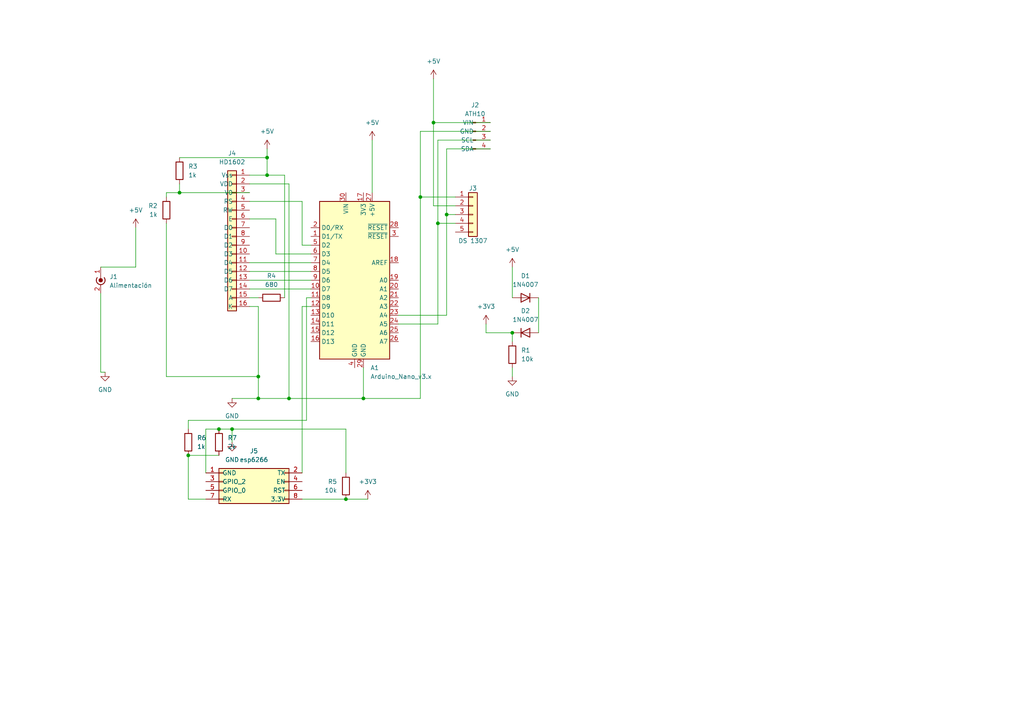
<source format=kicad_sch>
(kicad_sch (version 20211123) (generator eeschema)
  (paper "A4")
  (lib_symbols
    (symbol "Connector:Conn_01x04_Male" (pin_names (offset 1.016))
      (property "Reference" "J2" (at 0.635 7.62 0))
      (property "Value" "ATH10" (at 0.635 5.08 0))
      (symbol "Conn_01x04_Male_1_1"
        (polyline (pts (xy 1.27 -5.08) (xy 0.8636 -5.08)) (stroke (width 0.1524)))
        (polyline (pts (xy 1.27 -2.54) (xy 0.8636 -2.54)) (stroke (width 0.1524)))
        (polyline (pts (xy 1.27 0) (xy 0.8636 0)) (stroke (width 0.1524)))
        (polyline (pts (xy 1.27 2.54) (xy 0.8636 2.54)) (stroke (width 0.1524)))
        (rectangle (start 0.8636 -4.953) (end 0 -5.207) (stroke (width 0.1524)) (fill (type outline)))
        (rectangle (start 0.8636 -2.413) (end 0 -2.667) (stroke (width 0.1524)) (fill (type outline)))
        (rectangle (start 0.8636 0.127) (end 0 -0.127) (stroke (width 0.1524)) (fill (type outline)))
        (rectangle (start 0.8636 2.667) (end 0 2.413) (stroke (width 0.1524)) (fill (type outline)))
        (pin passive line (at 5.08 2.54 180) (length 3.81) (name "VIN") (number "1"))
        (pin passive line (at 5.08 0 180) (length 3.81) (name "GND") (number "2"))
        (pin passive line (at 5.08 -2.54 180) (length 3.81) (name "SCL") (number "3"))
        (pin passive line (at 5.08 -5.08 180) (length 3.81) (name "SDA") (number "4"))
      )
    )
    (symbol "Connector:Conn_Coaxial_Power" (pin_names (offset 1.016) hide)
      (property "Reference" "J" (at -5.08 -1.27 90))
      (property "Value" "Conn_Coaxial_Power" (at -3.175 -1.27 90))
      (symbol "Conn_Coaxial_Power_0_1"
        (arc (start -1.27 -1.27) (mid 0 -2.54) (end 1.27 -1.27) (stroke (width 0.254)))
        (arc (start -1.016 -0.508) (mid -1.2048 -0.8684) (end -1.27 -1.27) (stroke (width 0.254)))
        (circle (center 0 -1.27) (radius 0.508) (stroke (width 0.2032)) (fill (type outline)))
        (polyline (pts (xy 0 -2.54) (xy 0 -3.048)))
        (polyline (pts (xy 0 0) (xy 0 -1.27)))
        (arc (start 1.27 -1.27) (mid 1.2048 -0.8684) (end 1.016 -0.508) (stroke (width 0.254)))
      )
      (symbol "Conn_Coaxial_Power_1_1"
        (pin passive line (at 0 2.54 270) (length 2.54) (name "In") (number "1"))
        (pin passive line (at 0 -5.08 90) (length 2.54) (name "Ext") (number "2"))
      )
    )
    (symbol "Connector_Generic:Conn_01x05" (pin_names (offset 1.016) hide)
      (property "Reference" "J" (at 0 7.62 0))
      (property "Value" "Conn_01x05" (at 0 -7.62 0))
      (symbol "Conn_01x05_1_1"
        (rectangle (start -1.27 -4.953) (end 0 -5.207) (stroke (width 0.1524)))
        (rectangle (start -1.27 -2.413) (end 0 -2.667) (stroke (width 0.1524)))
        (rectangle (start -1.27 0.127) (end 0 -0.127) (stroke (width 0.1524)))
        (rectangle (start -1.27 2.667) (end 0 2.413) (stroke (width 0.1524)))
        (rectangle (start -1.27 5.207) (end 0 4.953) (stroke (width 0.1524)))
        (rectangle (start -1.27 6.35) (end 1.27 -6.35) (stroke (width 0.254)) (fill (type background)))
        (pin passive line (at -5.08 5.08 0) (length 3.81) (name "Pin_1") (number "1"))
        (pin passive line (at -5.08 2.54 0) (length 3.81) (name "Pin_2") (number "2"))
        (pin passive line (at -5.08 0 0) (length 3.81) (name "Pin_3") (number "3"))
        (pin passive line (at -5.08 -2.54 0) (length 3.81) (name "Pin_4") (number "4"))
        (pin passive line (at -5.08 -5.08 0) (length 3.81) (name "Pin_5") (number "5"))
      )
    )
    (symbol "Connector_Generic:Conn_01x16" (pin_names (offset 1.016))
      (property "Reference" "J4" (at 2.54 0.0001 0))
      (property "Value" "HD1602" (at 2.54 -2.5399 0))
      (symbol "Conn_01x16_1_1"
        (rectangle (start -1.27 -20.193) (end 0 -20.447) (stroke (width 0.1524)))
        (rectangle (start -1.27 -17.653) (end 0 -17.907) (stroke (width 0.1524)))
        (rectangle (start -1.27 -15.113) (end 0 -15.367) (stroke (width 0.1524)))
        (rectangle (start -1.27 -12.573) (end 0 -12.827) (stroke (width 0.1524)))
        (rectangle (start -1.27 -10.033) (end 0 -10.287) (stroke (width 0.1524)))
        (rectangle (start -1.27 -7.493) (end 0 -7.747) (stroke (width 0.1524)))
        (rectangle (start -1.27 -4.953) (end 0 -5.207) (stroke (width 0.1524)))
        (rectangle (start -1.27 -2.413) (end 0 -2.667) (stroke (width 0.1524)))
        (rectangle (start -1.27 0.127) (end 0 -0.127) (stroke (width 0.1524)))
        (rectangle (start -1.27 2.667) (end 0 2.413) (stroke (width 0.1524)))
        (rectangle (start -1.27 5.207) (end 0 4.953) (stroke (width 0.1524)))
        (rectangle (start -1.27 7.747) (end 0 7.493) (stroke (width 0.1524)))
        (rectangle (start -1.27 10.287) (end 0 10.033) (stroke (width 0.1524)))
        (rectangle (start -1.27 12.827) (end 0 12.573) (stroke (width 0.1524)))
        (rectangle (start -1.27 15.367) (end 0 15.113) (stroke (width 0.1524)))
        (rectangle (start -1.27 17.907) (end 0 17.653) (stroke (width 0.1524)))
        (rectangle (start -1.27 19.05) (end 1.27 -21.59) (stroke (width 0.254)) (fill (type background)))
        (pin passive line (at -5.08 17.78 0) (length 3.81) (name "Vss") (number "1"))
        (pin passive line (at -5.08 -5.08 0) (length 3.81) (name "D3") (number "10"))
        (pin passive line (at -5.08 -7.62 0) (length 3.81) (name "D4") (number "11"))
        (pin passive line (at -5.08 -10.16 0) (length 3.81) (name "D5") (number "12"))
        (pin passive line (at -5.08 -12.7 0) (length 3.81) (name "D6") (number "13"))
        (pin passive line (at -5.08 -15.24 0) (length 3.81) (name "D7") (number "14"))
        (pin passive line (at -5.08 -17.78 0) (length 3.81) (name "A") (number "15"))
        (pin passive line (at -5.08 -20.32 0) (length 3.81) (name "K") (number "16"))
        (pin passive line (at -5.08 15.24 0) (length 3.81) (name "VDD") (number "2"))
        (pin passive line (at -5.08 12.7 0) (length 3.81) (name "V0") (number "3"))
        (pin passive line (at -5.08 10.16 0) (length 3.81) (name "RS") (number "4"))
        (pin passive line (at -5.08 7.62 0) (length 3.81) (name "RW") (number "5"))
        (pin passive line (at -5.08 5.08 0) (length 3.81) (name "E") (number "6"))
        (pin passive line (at -5.08 2.54 0) (length 3.81) (name "D0") (number "7"))
        (pin passive line (at -5.08 0 0) (length 3.81) (name "D1") (number "8"))
        (pin passive line (at -5.08 -2.54 0) (length 3.81) (name "D2") (number "9"))
      )
    )
    (symbol "Connector_Generic:Conn_02x04_Odd_Even" (pin_names (offset 1.016))
      (property "Reference" "J5" (at -6.35 8.89 0))
      (property "Value" "esp6266" (at -6.35 6.35 0))
      (symbol "Conn_02x04_Odd_Even_1_1"
        (rectangle (start -16.51 -4.953) (end -15.24 -5.207) (stroke (width 0.1524)))
        (rectangle (start -16.51 -2.413) (end -15.24 -2.667) (stroke (width 0.1524)))
        (rectangle (start -16.51 0.127) (end -15.24 -0.127) (stroke (width 0.1524)))
        (rectangle (start -16.51 2.667) (end -15.24 2.413) (stroke (width 0.1524)))
        (rectangle (start -16.51 3.81) (end 3.81 -6.35) (stroke (width 0.254)) (fill (type background)))
        (rectangle (start 3.81 -4.953) (end 2.54 -5.207) (stroke (width 0.1524)))
        (rectangle (start 3.81 -2.413) (end 2.54 -2.667) (stroke (width 0.1524)))
        (rectangle (start 3.81 0.127) (end 2.54 -0.127) (stroke (width 0.1524)))
        (rectangle (start 3.81 2.667) (end 2.54 2.413) (stroke (width 0.1524)))
        (pin passive line (at -20.32 2.54 0) (length 3.81) (name "GND") (number "1"))
        (pin passive line (at 7.62 2.54 180) (length 3.81) (name "TX") (number "2"))
        (pin passive line (at -20.32 0 0) (length 3.81) (name "GPIO_2") (number "3"))
        (pin passive line (at 7.62 0 180) (length 3.81) (name "EN") (number "4"))
        (pin passive line (at -20.32 -2.54 0) (length 3.81) (name "GPIO_0") (number "5"))
        (pin passive line (at 7.62 -2.54 180) (length 3.81) (name "RST") (number "6"))
        (pin passive line (at -20.32 -5.08 0) (length 3.81) (name "RX") (number "7"))
        (pin passive line (at 7.62 -5.08 180) (length 3.81) (name "3.3V") (number "8"))
      )
    )
    (symbol "Device:R" (pin_numbers hide) (pin_names (offset 0))
      (property "Reference" "R" (at 2.032 0 90))
      (property "Value" "R" (at 0 0 90))
      (symbol "R_0_1"
        (rectangle (start -1.016 -2.54) (end 1.016 2.54) (stroke (width 0.254)))
      )
      (symbol "R_1_1"
        (pin passive line (at 0 3.81 270) (length 1.27) (name "~") (number "1"))
        (pin passive line (at 0 -3.81 90) (length 1.27) (name "~") (number "2"))
      )
    )
    (symbol "Diode:1N4007" (pin_numbers hide) (pin_names (offset 1.016) hide)
      (property "Reference" "D" (at 0 2.54 0))
      (property "Value" "1N4007" (at 0 -2.54 0))
      (symbol "1N4007_0_1"
        (polyline (pts (xy -1.27 1.27) (xy -1.27 -1.27)) (stroke (width 0.254)))
        (polyline (pts (xy 1.27 0) (xy -1.27 0)))
        (polyline (pts (xy 1.27 1.27) (xy 1.27 -1.27) (xy -1.27 0) (xy 1.27 1.27)) (stroke (width 0.254)))
      )
      (symbol "1N4007_1_1"
        (pin passive line (at -3.81 0 0) (length 2.54) (name "K") (number "1"))
        (pin passive line (at 3.81 0 180) (length 2.54) (name "A") (number "2"))
      )
    )
    (symbol "MCU_Module:Arduino_Nano_v3.x"
      (property "Reference" "A" (at -10.16 23.495 0))
      (property "Value" "Arduino_Nano_v3.x" (at 5.08 -24.13 0))
      (symbol "Arduino_Nano_v3.x_0_1"
        (rectangle (start -10.16 22.86) (end 10.16 -22.86) (stroke (width 0.254)) (fill (type background)))
      )
      (symbol "Arduino_Nano_v3.x_1_1"
        (pin bidirectional line (at -12.7 12.7 0) (length 2.54) (name "D1/TX") (number "1"))
        (pin bidirectional line (at -12.7 -2.54 0) (length 2.54) (name "D7") (number "10"))
        (pin bidirectional line (at -12.7 -5.08 0) (length 2.54) (name "D8") (number "11"))
        (pin bidirectional line (at -12.7 -7.62 0) (length 2.54) (name "D9") (number "12"))
        (pin bidirectional line (at -12.7 -10.16 0) (length 2.54) (name "D10") (number "13"))
        (pin bidirectional line (at -12.7 -12.7 0) (length 2.54) (name "D11") (number "14"))
        (pin bidirectional line (at -12.7 -15.24 0) (length 2.54) (name "D12") (number "15"))
        (pin bidirectional line (at -12.7 -17.78 0) (length 2.54) (name "D13") (number "16"))
        (pin power_out line (at 2.54 25.4 270) (length 2.54) (name "3V3") (number "17"))
        (pin input line (at 12.7 5.08 180) (length 2.54) (name "AREF") (number "18"))
        (pin bidirectional line (at 12.7 0 180) (length 2.54) (name "A0") (number "19"))
        (pin bidirectional line (at -12.7 15.24 0) (length 2.54) (name "D0/RX") (number "2"))
        (pin bidirectional line (at 12.7 -2.54 180) (length 2.54) (name "A1") (number "20"))
        (pin bidirectional line (at 12.7 -5.08 180) (length 2.54) (name "A2") (number "21"))
        (pin bidirectional line (at 12.7 -7.62 180) (length 2.54) (name "A3") (number "22"))
        (pin bidirectional line (at 12.7 -10.16 180) (length 2.54) (name "A4") (number "23"))
        (pin bidirectional line (at 12.7 -12.7 180) (length 2.54) (name "A5") (number "24"))
        (pin bidirectional line (at 12.7 -15.24 180) (length 2.54) (name "A6") (number "25"))
        (pin bidirectional line (at 12.7 -17.78 180) (length 2.54) (name "A7") (number "26"))
        (pin power_out line (at 5.08 25.4 270) (length 2.54) (name "+5V") (number "27"))
        (pin input line (at 12.7 15.24 180) (length 2.54) (name "~{RESET}") (number "28"))
        (pin power_in line (at 2.54 -25.4 90) (length 2.54) (name "GND") (number "29"))
        (pin input line (at 12.7 12.7 180) (length 2.54) (name "~{RESET}") (number "3"))
        (pin power_in line (at -2.54 25.4 270) (length 2.54) (name "VIN") (number "30"))
        (pin power_in line (at 0 -25.4 90) (length 2.54) (name "GND") (number "4"))
        (pin bidirectional line (at -12.7 10.16 0) (length 2.54) (name "D2") (number "5"))
        (pin bidirectional line (at -12.7 7.62 0) (length 2.54) (name "D3") (number "6"))
        (pin bidirectional line (at -12.7 5.08 0) (length 2.54) (name "D4") (number "7"))
        (pin bidirectional line (at -12.7 2.54 0) (length 2.54) (name "D5") (number "8"))
        (pin bidirectional line (at -12.7 0 0) (length 2.54) (name "D6") (number "9"))
      )
    )
    (symbol "power:+3.3V" (power) (pin_names (offset 0))
      (property "Value" "+3.3V" (at 0 3.556 0))
      (symbol "+3.3V_0_1"
        (polyline (pts (xy -0.762 1.27) (xy 0 2.54)))
        (polyline (pts (xy 0 0) (xy 0 2.54)))
        (polyline (pts (xy 0 2.54) (xy 0.762 1.27)))
      )
      (symbol "+3.3V_1_1"
        (pin power_in line (at 0 0 90) (length 0) hide (name "+3V3") (number "1"))
      )
    )
    (symbol "power:+5V" (power) (pin_names (offset 0))
      (property "Value" "+5V" (at 0 3.556 0))
      (symbol "+5V_0_1"
        (polyline (pts (xy -0.762 1.27) (xy 0 2.54)))
        (polyline (pts (xy 0 0) (xy 0 2.54)))
        (polyline (pts (xy 0 2.54) (xy 0.762 1.27)))
      )
      (symbol "+5V_1_1"
        (pin power_in line (at 0 0 90) (length 0) hide (name "+5V") (number "1"))
      )
    )
    (symbol "power:GND" (power) (pin_names (offset 0))
      (property "Value" "GND" (at 0 -3.81 0))
      (symbol "GND_0_1"
        (polyline (pts (xy 0 0) (xy 0 -1.27) (xy 1.27 -1.27) (xy 0 -2.54) (xy -1.27 -1.27) (xy 0 -1.27)))
      )
      (symbol "GND_1_1"
        (pin power_in line (at 0 0 270) (length 0) hide (name "GND") (number "1"))
      )
    )
  )
  (junction (at 83.82 115.57))
  (junction (at 77.47 45.72))
  (junction (at 125.73 35.56))
  (junction (at 74.93 115.57))
  (junction (at 148.59 96.52))
  (junction (at 100.33 144.78))
  (junction (at 129.54 62.23))
  (junction (at 63.5 124.46))
  (junction (at 77.47 50.8))
  (junction (at 54.61 132.08))
  (junction (at 121.92 57.15))
  (junction (at 127 64.77))
  (junction (at 74.93 109.22))
  (junction (at 105.41 115.57))
  (junction (at 52.07 55.88))
  (junction (at 67.31 124.46))
  (wire (pts (xy 74.93 109.22) (xy 74.93 115.57)))
  (wire (pts (xy 39.37 77.47) (xy 29.21 77.47)))
  (wire (pts (xy 88.9 121.92) (xy 54.61 121.92)))
  (wire (pts (xy 121.92 57.15) (xy 121.92 115.57)))
  (wire (pts (xy 77.47 50.8) (xy 82.55 50.8)))
  (wire (pts (xy 129.54 43.18) (xy 142.24 43.18)))
  (wire (pts (xy 87.63 58.42) (xy 87.63 71.12)))
  (wire (pts (xy 87.63 88.9) (xy 90.17 88.9)))
  (wire (pts (xy 74.93 88.9) (xy 74.93 109.22)))
  (wire (pts (xy 80.01 73.66) (xy 80.01 63.5)))
  (wire (pts (xy 115.57 91.44) (xy 129.54 91.44)))
  (wire (pts (xy 80.01 63.5) (xy 72.39 63.5)))
  (wire (pts (xy 72.39 76.2) (xy 90.17 76.2)))
  (wire (pts (xy 115.57 93.98) (xy 127 93.98)))
  (wire (pts (xy 80.01 73.66) (xy 90.17 73.66)))
  (wire (pts (xy 121.92 38.1) (xy 142.24 38.1)))
  (wire (pts (xy 127 40.64) (xy 142.24 40.64)))
  (wire (pts (xy 48.26 109.22) (xy 74.93 109.22)))
  (wire (pts (xy 127 64.77) (xy 132.08 64.77)))
  (wire (pts (xy 100.33 137.16) (xy 100.33 124.46)))
  (wire (pts (xy 59.69 144.78) (xy 54.61 144.78)))
  (wire (pts (xy 125.73 22.86) (xy 125.73 35.56)))
  (wire (pts (xy 72.39 83.82) (xy 90.17 83.82)))
  (wire (pts (xy 72.39 81.28) (xy 90.17 81.28)))
  (wire (pts (xy 72.39 53.34) (xy 83.82 53.34)))
  (wire (pts (xy 129.54 62.23) (xy 129.54 91.44)))
  (wire (pts (xy 125.73 35.56) (xy 142.24 35.56)))
  (wire (pts (xy 48.26 57.15) (xy 48.26 55.88)))
  (wire (pts (xy 148.59 96.52) (xy 148.59 99.06)))
  (wire (pts (xy 87.63 71.12) (xy 90.17 71.12)))
  (wire (pts (xy 148.59 106.68) (xy 148.59 109.22)))
  (wire (pts (xy 83.82 115.57) (xy 105.41 115.57)))
  (wire (pts (xy 72.39 88.9) (xy 74.93 88.9)))
  (wire (pts (xy 48.26 64.77) (xy 48.26 109.22)))
  (wire (pts (xy 67.31 115.57) (xy 74.93 115.57)))
  (wire (pts (xy 105.41 106.68) (xy 105.41 115.57)))
  (wire (pts (xy 106.68 144.78) (xy 100.33 144.78)))
  (wire (pts (xy 125.73 35.56) (xy 125.73 59.69)))
  (wire (pts (xy 77.47 50.8) (xy 72.39 50.8)))
  (wire (pts (xy 90.17 86.36) (xy 88.9 86.36)))
  (wire (pts (xy 156.21 86.36) (xy 156.21 96.52)))
  (wire (pts (xy 129.54 62.23) (xy 129.54 43.18)))
  (wire (pts (xy 129.54 62.23) (xy 132.08 62.23)))
  (wire (pts (xy 29.21 107.95) (xy 30.48 107.95)))
  (wire (pts (xy 148.59 77.47) (xy 148.59 86.36)))
  (wire (pts (xy 54.61 132.08) (xy 63.5 132.08)))
  (wire (pts (xy 48.26 55.88) (xy 52.07 55.88)))
  (wire (pts (xy 67.31 124.46) (xy 67.31 128.27)))
  (wire (pts (xy 127 40.64) (xy 127 64.77)))
  (wire (pts (xy 77.47 45.72) (xy 77.47 50.8)))
  (wire (pts (xy 87.63 144.78) (xy 100.33 144.78)))
  (wire (pts (xy 87.63 58.42) (xy 72.39 58.42)))
  (wire (pts (xy 105.41 115.57) (xy 121.92 115.57)))
  (wire (pts (xy 87.63 88.9) (xy 87.63 137.16)))
  (wire (pts (xy 132.08 59.69) (xy 125.73 59.69)))
  (wire (pts (xy 29.21 85.09) (xy 29.21 107.95)))
  (wire (pts (xy 54.61 121.92) (xy 54.61 124.46)))
  (wire (pts (xy 54.61 144.78) (xy 54.61 132.08)))
  (wire (pts (xy 107.95 40.64) (xy 107.95 55.88)))
  (wire (pts (xy 72.39 78.74) (xy 90.17 78.74)))
  (wire (pts (xy 52.07 45.72) (xy 77.47 45.72)))
  (wire (pts (xy 39.37 66.04) (xy 39.37 77.47)))
  (wire (pts (xy 82.55 86.36) (xy 82.55 50.8)))
  (wire (pts (xy 132.08 57.15) (xy 121.92 57.15)))
  (wire (pts (xy 121.92 38.1) (xy 121.92 57.15)))
  (wire (pts (xy 67.31 124.46) (xy 100.33 124.46)))
  (wire (pts (xy 140.97 96.52) (xy 148.59 96.52)))
  (wire (pts (xy 72.39 86.36) (xy 74.93 86.36)))
  (wire (pts (xy 63.5 124.46) (xy 67.31 124.46)))
  (wire (pts (xy 88.9 86.36) (xy 88.9 121.92)))
  (wire (pts (xy 77.47 43.18) (xy 77.47 45.72)))
  (wire (pts (xy 52.07 55.88) (xy 72.39 55.88)))
  (wire (pts (xy 52.07 53.34) (xy 52.07 55.88)))
  (wire (pts (xy 140.97 93.98) (xy 140.97 96.52)))
  (wire (pts (xy 59.69 137.16) (xy 59.69 124.46)))
  (wire (pts (xy 74.93 115.57) (xy 83.82 115.57)))
  (wire (pts (xy 127 64.77) (xy 127 93.98)))
  (wire (pts (xy 59.69 124.46) (xy 63.5 124.46)))
  (wire (pts (xy 83.82 53.34) (xy 83.82 115.57)))
  (symbol (lib_id "power:+3.3V") (at 106.68 144.78 0) (mirror y) (unit 1)
    (property "Reference" "#PWR01" (effects hide))
    (property "Value" "+3.3V" (at 106.68 139.7 0))
  )
  (symbol (lib_id "power:GND") (at 67.31 128.27 0) (unit 1)
    (property "Reference" "#PWR02" (effects hide))
    (property "Value" "GND" (at 67.31 133.35 0))
  )
  (symbol (lib_id "MCU_Module:Arduino_Nano_v3.x") (at 102.87 81.28 0) (unit 1)
    (property "Reference" "A1" (at 107.4294 106.68 0) (effects (justify left)))
    (property "Value" "Arduino_Nano_v3.x" (at 107.4294 109.22 0) (effects (justify left)))
    (property "Footprint" "Module:Arduino_Nano" (effects hide))
    (property "Datasheet" "http://www.mouser.com/pdfdocs/Gravitech_Arduino_Nano3_0.pdf" (effects hide))
  )
  (symbol (lib_id "power:+5V") (at 125.73 22.86 0) (unit 1)
    (property "Reference" "#PWR0103" (effects hide))
    (property "Value" "+5V" (at 125.73 17.78 0))
  )
  (symbol (lib_id "Connector_Generic:Conn_01x16") (at 67.31 68.58 0) (mirror y) (unit 1)
    (property "Reference" "J4" (at 67.31 44.45 0))
    (property "Value" "HD1602" (at 67.31 46.99 0))
    (property "Footprint" "Connector_PinSocket_2.54mm:PinSocket_1x16_P2.54mm_Vertical" (effects hide))
  )
  (symbol (lib_id "power:+5V") (at 39.37 66.04 0) (unit 1)
    (property "Reference" "#PWR0107" (effects hide))
    (property "Value" "+5V" (at 39.37 60.96 0))
  )
  (symbol (lib_id "power:GND") (at 67.31 115.57 0) (unit 1)
    (property "Reference" "#PWR0109" (effects hide))
    (property "Value" "GND" (at 67.31 120.65 0))
  )
  (symbol (lib_id "power:GND") (at 148.59 109.22 0) (unit 1)
    (property "Reference" "#PWR0105" (effects hide))
    (property "Value" "GND" (at 148.59 114.3 0))
  )
  (symbol (lib_id "power:+3.3V") (at 140.97 93.98 0) (unit 1)
    (property "Reference" "#PWR0106" (effects hide))
    (property "Value" "+3.3V" (at 140.97 88.9 0))
  )
  (symbol (lib_id "power:GND") (at 30.48 107.95 0) (unit 1)
    (property "Reference" "#PWR0108" (effects hide))
    (property "Value" "GND" (at 30.48 113.03 0))
  )
  (symbol (lib_id "Connector_Generic:Conn_01x05") (at 137.16 62.23 0) (unit 1)
    (property "Reference" "J3" (at 137.16 54.61 0))
    (property "Value" "DS 1307" (at 137.16 69.85 0))
    (property "Footprint" "Connector_PinSocket_2.54mm:PinSocket_1x05_P2.54mm_Vertical" (effects hide))
  )
  (symbol (lib_id "Device:R") (at 100.33 140.97 0) (mirror y) (unit 1)
    (property "Reference" "R5" (at 97.79 139.6999 0) (effects (justify left)))
    (property "Value" "10k" (at 97.79 142.2399 0) (effects (justify left)))
    (property "Footprint" "Resistor_THT:R_Axial_DIN0204_L3.6mm_D1.6mm_P7.62mm_Horizontal" (effects hide))
  )
  (symbol (lib_id "Device:R") (at 63.5 128.27 0) (unit 1)
    (property "Reference" "R7" (at 66.04 126.9999 0) (effects (justify left)))
    (property "Value" "2k" (at 66.04 129.5399 0) (effects (justify left)))
    (property "Footprint" "Resistor_THT:R_Axial_DIN0204_L3.6mm_D1.6mm_P7.62mm_Horizontal" (effects hide))
  )
  (symbol (lib_id "Device:R") (at 54.61 128.27 0) (mirror y) (unit 1)
    (property "Reference" "R6" (at 57.15 126.9999 0) (effects (justify right)))
    (property "Value" "1k" (at 57.15 129.5399 0) (effects (justify right)))
    (property "Footprint" "Resistor_THT:R_Axial_DIN0204_L3.6mm_D1.6mm_P7.62mm_Horizontal" (effects hide))
  )
  (symbol (lib_id "power:+5V") (at 77.47 43.18 0) (unit 1)
    (property "Reference" "#PWR0102" (effects hide))
    (property "Value" "+5V" (at 77.47 38.1 0))
  )
  (symbol (lib_id "Device:R") (at 48.26 60.96 0) (mirror x) (unit 1)
    (property "Reference" "R2" (at 45.72 59.6899 0) (effects (justify right)))
    (property "Value" "1k" (at 45.72 62.2299 0) (effects (justify right)))
    (property "Footprint" "Resistor_THT:R_Axial_DIN0204_L3.6mm_D1.6mm_P7.62mm_Horizontal" (effects hide))
  )
  (symbol (lib_id "power:+5V") (at 148.59 77.47 0) (unit 1)
    (property "Reference" "#PWR0104" (effects hide))
    (property "Value" "+5V" (at 148.59 72.39 0))
  )
  (symbol (lib_id "Diode:1N4007") (at 152.4 86.36 180) (unit 1)
    (property "Reference" "D1" (at 152.4 80.01 0))
    (property "Value" "1N4007" (at 152.4 82.55 0))
    (property "Footprint" "Diode_THT:D_DO-41_SOD81_P10.16mm_Horizontal" (effects hide))
    (property "Datasheet" "http://www.vishay.com/docs/88503/1n4001.pdf" (effects hide))
  )
  (symbol (lib_id "Device:R") (at 148.59 102.87 0) (unit 1)
    (property "Reference" "R1" (at 151.13 101.5999 0) (effects (justify left)))
    (property "Value" "10k" (at 151.13 104.1399 0) (effects (justify left)))
    (property "Footprint" "Resistor_THT:R_Axial_DIN0204_L3.6mm_D1.6mm_P7.62mm_Horizontal" (effects hide))
  )
  (symbol (lib_id "Connector_Generic:Conn_02x04_Odd_Even") (at 80.01 139.7 0) (unit 1)
    (property "Reference" "J5" (at 73.66 130.81 0))
    (property "Value" "esp6266" (at 73.66 133.35 0))
    (property "Footprint" "Connector_PinSocket_2.54mm:PinSocket_2x04_P2.54mm_Vertical" (effects hide))
  )
  (symbol (lib_id "Connector:Conn_01x04_Male") (at 137.16 38.1 0) (unit 1)
    (property "Reference" "J2" (at 137.795 30.48 0))
    (property "Value" "ATH10" (at 137.795 33.02 0))
    (property "Footprint" "Connector_PinSocket_2.54mm:PinSocket_1x04_P2.54mm_Vertical" (effects hide))
  )
  (symbol (lib_id "Device:R") (at 78.74 86.36 90) (unit 1)
    (property "Reference" "R4" (at 78.74 80.01 90))
    (property "Value" "680" (at 78.74 82.55 90))
    (property "Footprint" "Resistor_THT:R_Axial_DIN0204_L3.6mm_D1.6mm_P7.62mm_Horizontal" (effects hide))
  )
  (symbol (lib_id "Connector:Conn_Coaxial_Power") (at 29.21 80.01 0) (unit 1)
    (property "Reference" "J1" (at 31.75 80.2639 0) (effects (justify left)))
    (property "Value" "Alimentación" (at 31.75 82.8039 0) (effects (justify left)))
    (property "Footprint" "Connector_PinHeader_2.54mm:PinHeader_1x02_P2.54mm_Vertical" (effects hide))
  )
  (symbol (lib_id "Device:R") (at 52.07 49.53 0) (mirror y) (unit 1)
    (property "Reference" "R3" (at 54.61 48.2599 0) (effects (justify right)))
    (property "Value" "1k" (at 54.61 50.7999 0) (effects (justify right)))
    (property "Footprint" "Resistor_THT:R_Axial_DIN0204_L3.6mm_D1.6mm_P7.62mm_Horizontal" (effects hide))
  )
  (symbol (lib_id "power:+5V") (at 107.95 40.64 0) (unit 1)
    (property "Reference" "#PWR0101" (effects hide))
    (property "Value" "+5V" (at 107.95 35.56 0))
  )
  (symbol (lib_id "Diode:1N4007") (at 152.4 96.52 0) (unit 1)
    (property "Reference" "D2" (at 152.4 90.17 0))
    (property "Value" "1N4007" (at 152.4 92.71 0))
    (property "Footprint" "Diode_THT:D_DO-41_SOD81_P10.16mm_Horizontal" (effects hide))
    (property "Datasheet" "http://www.vishay.com/docs/88503/1n4001.pdf" (effects hide))
  )
)
</source>
